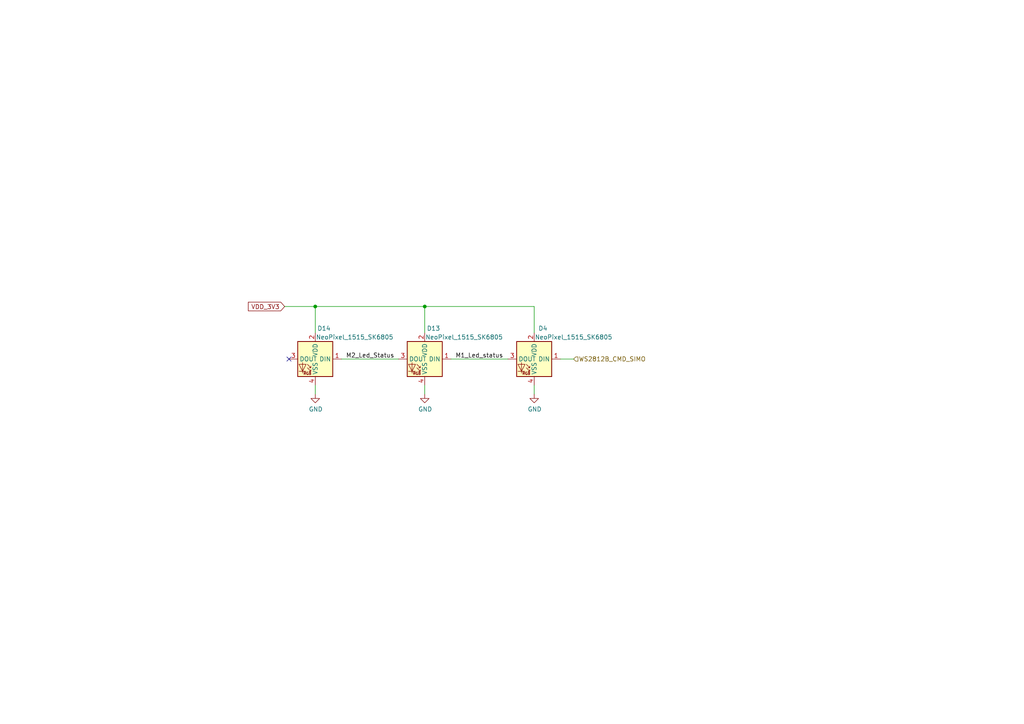
<source format=kicad_sch>
(kicad_sch (version 20231120) (generator "eeschema") (generator_version "8.0")
  (paper "A4")
  (title_block (title "Open MOtor DRiver Initiative (OMODRI)") (date "2022-11-24") (rev "3.0") (company "LAAS/CNRS"))
  (lib_symbols
    (symbol "omodri_lib:NeoPixel_1515_SK6805"
      (property "Reference" "D" (at 2.54 8.89 0))
      (property "Value" "NeoPixel_1515_SK6805" (at 12.7 6.35 0))
      (symbol "NeoPixel_1515_SK6805_0_0"
        (text "RGB" (at 2.286 -4.191 0) (effects (font (size 0.762 0.762))))
      )
      (symbol "NeoPixel_1515_SK6805_0_1"
        (polyline (pts (xy 1.27 -3.556) (xy 1.778 -3.556)))
        (polyline (pts (xy 1.27 -2.54) (xy 1.778 -2.54)))
        (polyline (pts (xy 4.699 -3.556) (xy 2.667 -3.556)))
        (polyline (pts (xy 2.286 -2.54) (xy 1.27 -3.556) (xy 1.27 -3.048)))
        (polyline (pts (xy 2.286 -1.524) (xy 1.27 -2.54) (xy 1.27 -2.032)))
        (polyline (pts (xy 3.683 -1.016) (xy 3.683 -3.556) (xy 3.683 -4.064)))
        (polyline (pts (xy 4.699 -1.524) (xy 2.667 -1.524) (xy 3.683 -3.556) (xy 4.699 -1.524)))
        (rectangle (start 5.08 5.08) (end -5.08 -5.08) (stroke (width 0.254)) (fill (type background)))
      )
      (symbol "NeoPixel_1515_SK6805_1_1"
        (pin input line (at -7.62 0 0) (length 2.54) (name "DIN") (number "1"))
        (pin power_in line (at 0 7.62 270) (length 2.54) (name "VDD") (number "2"))
        (pin output line (at 7.62 0 180) (length 2.54) (name "DOUT") (number "3"))
        (pin power_in line (at 0 -7.62 90) (length 2.54) (name "VSS") (number "4"))
      )
    )
    (symbol "power:GND" (power) (pin_numbers hide) (pin_names (offset 0) hide)
      (property "Value" "GND" (at 0 -3.81 0))
      (symbol "GND_0_1"
        (polyline (pts (xy 0 0) (xy 0 -1.27) (xy 1.27 -1.27) (xy 0 -2.54) (xy -1.27 -1.27) (xy 0 -1.27)))
      )
      (symbol "GND_1_1"
        (pin power_in line (at 0 0 270) (length 0) (name "~") (number "1"))
      )
    )
  )
  (junction (at 123.19 88.9))
  (junction (at 91.44 88.9))
  (no_connect (at 83.82 104.14))
  (wire (pts (xy 123.19 88.9) (xy 123.19 96.52)))
  (wire (pts (xy 154.94 114.3) (xy 154.94 111.76)))
  (wire (pts (xy 99.06 104.14) (xy 115.57 104.14)))
  (wire (pts (xy 82.55 88.9) (xy 91.44 88.9)))
  (wire (pts (xy 91.44 88.9) (xy 123.19 88.9)))
  (wire (pts (xy 130.81 104.14) (xy 147.32 104.14)))
  (wire (pts (xy 123.19 114.3) (xy 123.19 111.76)))
  (wire (pts (xy 123.19 88.9) (xy 154.94 88.9)))
  (wire (pts (xy 91.44 96.52) (xy 91.44 88.9)))
  (wire (pts (xy 162.56 104.14) (xy 166.37 104.14)))
  (wire (pts (xy 154.94 88.9) (xy 154.94 96.52)))
  (wire (pts (xy 91.44 114.3) (xy 91.44 111.76)))
  (label "M1_Led_status" (at 132.08 104.14 0))
  (label "M2_Led_Status" (at 100.33 104.14 0))
  (global_label "VDD_3V3" (shape input) (at 82.55 88.9 180) (property "Intersheetrefs" "${INTERSHEET_REFS}" (effects (hide yes))) (property "Références Inter-Feuilles" "${INTERSHEET_REFS}" (effects (hide yes))))
  (hierarchical_label "WS2812B_CMD_SIMO" (shape input) (at 166.37 104.14 0))
  (symbol (lib_id "power:GND") (at 154.94 114.3 0) (unit 1)
    (property "Reference" "#PWR054" (effects (hide yes)))
    (property "Value" "GND" (at 155.067 118.6942 0))
    (property "Description" "Power symbol creates a global label with name \"GND\" , ground" (effects (hide yes)))
  )
  (symbol (lib_id "omodri_lib:NeoPixel_1515_SK6805") (at 123.19 104.14 0) (mirror y) (unit 1)
    (property "Reference" "D13" (at 125.73 95.25 0))
    (property "Value" "NeoPixel_1515_SK6805" (at 134.62 97.79 0))
    (property "Footprint" "LED_SMD:LED_SK6812_EC15_1.5x1.5mm" (effects (hide yes)))
    (property "Datasheet" "https://cdn-shop.adafruit.com/product-files/4492/Datasheet.pdf" (effects (hide yes)))
    (property "Description" "NeoPixel Addressable 1515 LEDs (1.5mm x 1.5mm)" (effects (hide yes)))
    (property "DigiKey" "1528-4492-ND" (effects (hide yes)))
    (property "Mouser" "485-4492" (effects (hide yes)))
    (property "Part No" "SK6805-E-J" (effects (hide yes)))
    (property "LCSC" "C17701801" (effects (hide yes)))
  )
  (symbol (lib_id "power:GND") (at 123.19 114.3 0) (unit 1)
    (property "Reference" "#PWR0179" (effects (hide yes)))
    (property "Value" "GND" (at 123.317 118.6942 0))
    (property "Description" "Power symbol creates a global label with name \"GND\" , ground" (effects (hide yes)))
  )
  (symbol (lib_id "omodri_lib:NeoPixel_1515_SK6805") (at 154.94 104.14 0) (mirror y) (unit 1)
    (property "Reference" "D4" (at 157.48 95.25 0))
    (property "Value" "NeoPixel_1515_SK6805" (at 166.37 97.79 0))
    (property "Footprint" "LED_SMD:LED_SK6812_EC15_1.5x1.5mm" (effects (hide yes)))
    (property "Datasheet" "https://cdn-shop.adafruit.com/product-files/4492/Datasheet.pdf" (effects (hide yes)))
    (property "Description" "NeoPixel Addressable 1515 LEDs (1.5mm x 1.5mm)" (effects (hide yes)))
    (property "DigiKey" "1528-4492-ND" (effects (hide yes)))
    (property "Mouser" "485-4492" (effects (hide yes)))
    (property "Part No" "SK6805-E-J" (effects (hide yes)))
    (property "LCSC" "C17701801" (effects (hide yes)))
  )
  (symbol (lib_id "omodri_lib:NeoPixel_1515_SK6805") (at 91.44 104.14 0) (mirror y) (unit 1)
    (property "Reference" "D14" (at 93.98 95.25 0))
    (property "Value" "NeoPixel_1515_SK6805" (at 102.87 97.79 0))
    (property "Footprint" "LED_SMD:LED_SK6812_EC15_1.5x1.5mm" (effects (hide yes)))
    (property "Datasheet" "https://cdn-shop.adafruit.com/product-files/4492/Datasheet.pdf" (effects (hide yes)))
    (property "Description" "NeoPixel Addressable 1515 LEDs (1.5mm x 1.5mm)" (effects (hide yes)))
    (property "DigiKey" "1528-4492-ND" (effects (hide yes)))
    (property "Mouser" "485-4492" (effects (hide yes)))
    (property "Part No" "SK6805-E-J" (effects (hide yes)))
    (property "LCSC" "C17701801" (effects (hide yes)))
  )
  (symbol (lib_id "power:GND") (at 91.44 114.3 0) (unit 1)
    (property "Reference" "#PWR0180" (effects (hide yes)))
    (property "Value" "GND" (at 91.567 118.6942 0))
    (property "Description" "Power symbol creates a global label with name \"GND\" , ground" (effects (hide yes)))
  )
)
</source>
